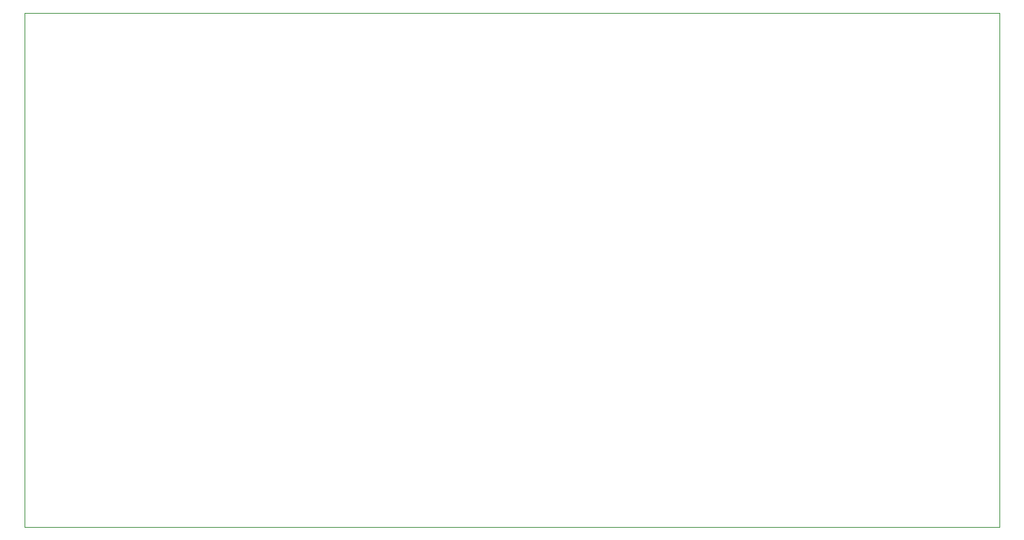
<source format=gbr>
%TF.GenerationSoftware,KiCad,Pcbnew,(5.1.9)-1*%
%TF.CreationDate,2022-12-04T20:34:53-06:00*%
%TF.ProjectId,Battery_Charger_V1,42617474-6572-4795-9f43-686172676572,rev?*%
%TF.SameCoordinates,Original*%
%TF.FileFunction,Profile,NP*%
%FSLAX46Y46*%
G04 Gerber Fmt 4.6, Leading zero omitted, Abs format (unit mm)*
G04 Created by KiCad (PCBNEW (5.1.9)-1) date 2022-12-04 20:34:53*
%MOMM*%
%LPD*%
G01*
G04 APERTURE LIST*
%TA.AperFunction,Profile*%
%ADD10C,0.050000*%
%TD*%
G04 APERTURE END LIST*
D10*
X203200000Y-134112000D02*
X203200000Y-133477000D01*
X88900000Y-134112000D02*
X203200000Y-134112000D01*
X88900000Y-73787000D02*
X88900000Y-134112000D01*
X203200000Y-73787000D02*
X88900000Y-73787000D01*
X203200000Y-132207000D02*
X203200000Y-133477000D01*
X203200000Y-73787000D02*
X203200000Y-132207000D01*
M02*

</source>
